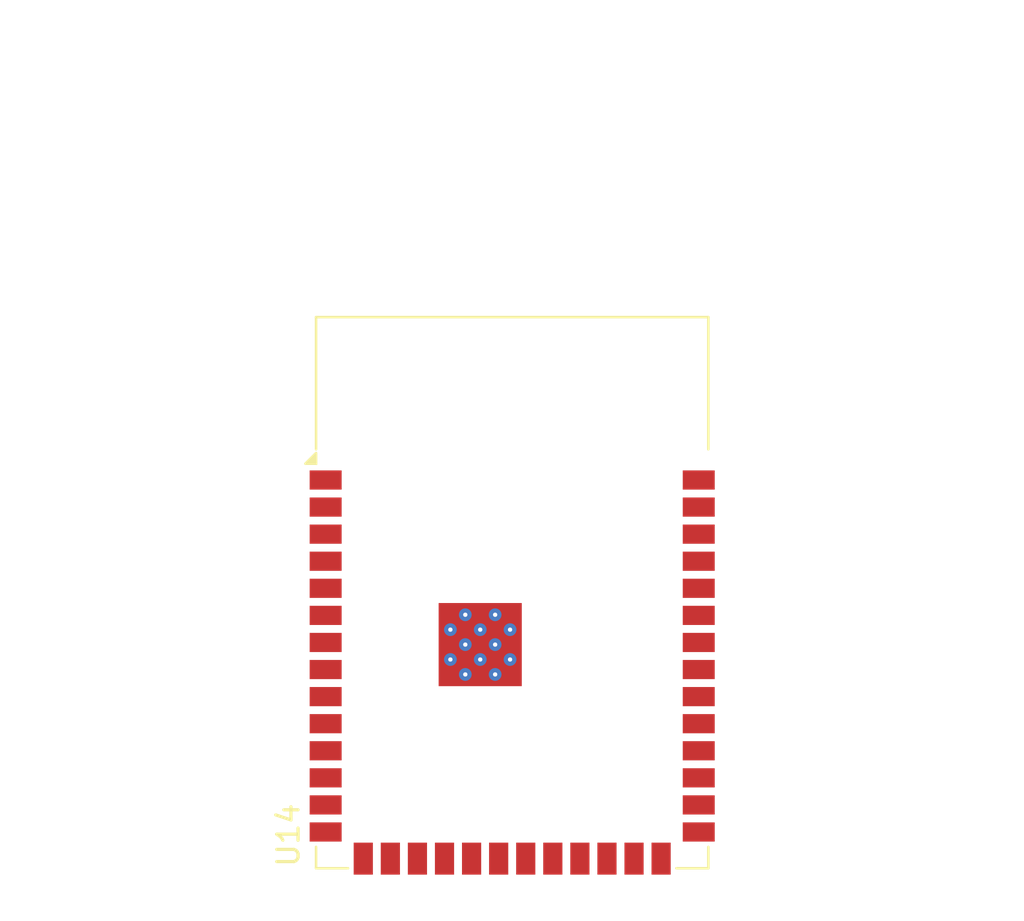
<source format=kicad_pcb>
(kicad_pcb (version 20241229) (generator "pcbnew") (generator_version "9.0")
  (layers (0 "F.Cu" signal) (2 "B.Cu" signal) (13 "F.Paste" user) (15 "B.Paste" user) (5 "F.SilkS" user "F.Silkscreen") (7 "B.SilkS" user "B.Silkscreen") (1 "F.Mask" user) (3 "B.Mask" user) (25 "Edge.Cuts" user))
  (net 0 "")
  (net 2 "Net-(U14-GND-Pad1)")
  (footprint "RF_Module:ESP32-S3-WROOM-1" (layer "F.Cu") (at 91.75 76.75)
    (property "Reference" "U14" (at -10.5 11.4 90) (layer "F.SilkS"))
    (property "Value" "ESP32-S3-WROOM-1")
    (fp_line (start -9.2 -12.9) (end -9.2 -6.7) (stroke (width 0.12)) (layer "F.SilkS"))
    (fp_line (start -9.2 -12.9) (end 9.2 -12.9) (stroke (width 0.12)) (layer "F.SilkS"))
    (fp_line (start -9.2 11.95) (end -9.2 12.95) (stroke (width 0.12)) (layer "F.SilkS"))
    (fp_line (start -9.2 12.95) (end -7.7 12.95) (stroke (width 0.12)) (layer "F.SilkS"))
    (fp_line (start 9.2 -12.9) (end 9.2 -6.7) (stroke (width 0.12)) (layer "F.SilkS"))
    (fp_line (start 9.2 12.95) (end 7.7 12.95) (stroke (width 0.12)) (layer "F.SilkS"))
    (fp_line (start 9.2 12.95) (end 9.2 11.95) (stroke (width 0.12)) (layer "F.SilkS"))
    (fp_poly (pts (xy -9.2 -6.025) (xy -9.7 -6.025) (xy -9.2 -6.525) (xy -9.2 -6.025)) (stroke (width 0.12)) (fill yes) (layer "F.SilkS"))
    (pad "1" smd rect (at -8.75 -5.26) (size 1.5 0.9) (layers "F.Cu" "F.Mask" "F.Paste") (net 2 "Net-(U14-GND-Pad1)"))
    (pad "2" smd rect (at -8.75 -3.99) (size 1.5 0.9) (layers "F.Cu" "F.Mask" "F.Paste"))
    (pad "3" smd rect (at -8.75 -2.72) (size 1.5 0.9) (layers "F.Cu" "F.Mask" "F.Paste"))
    (pad "4" smd rect (at -8.75 -1.45) (size 1.5 0.9) (layers "F.Cu" "F.Mask" "F.Paste"))
    (pad "5" smd rect (at -8.75 -0.18) (size 1.5 0.9) (layers "F.Cu" "F.Mask" "F.Paste"))
    (pad "6" smd rect (at -8.75 1.09) (size 1.5 0.9) (layers "F.Cu" "F.Mask" "F.Paste"))
    (pad "7" smd rect (at -8.75 2.36) (size 1.5 0.9) (layers "F.Cu" "F.Mask" "F.Paste"))
    (pad "8" smd rect (at -8.75 3.63) (size 1.5 0.9) (layers "F.Cu" "F.Mask" "F.Paste"))
    (pad "9" smd rect (at -8.75 4.9) (size 1.5 0.9) (layers "F.Cu" "F.Mask" "F.Paste"))
    (pad "10" smd rect (at -8.75 6.17) (size 1.5 0.9) (layers "F.Cu" "F.Mask" "F.Paste"))
    (pad "11" smd rect (at -8.75 7.44) (size 1.5 0.9) (layers "F.Cu" "F.Mask" "F.Paste"))
    (pad "12" smd rect (at -8.75 8.71) (size 1.5 0.9) (layers "F.Cu" "F.Mask" "F.Paste"))
    (pad "13" smd rect (at -8.75 9.98) (size 1.5 0.9) (layers "F.Cu" "F.Mask" "F.Paste"))
    (pad "14" smd rect (at -8.75 11.25 180) (size 1.5 0.9) (layers "F.Cu" "F.Mask" "F.Paste"))
    (pad "15" smd rect (at -6.985 12.5 270) (size 1.5 0.9) (layers "F.Cu" "F.Mask" "F.Paste"))
    (pad "16" smd rect (at -5.715 12.5 270) (size 1.5 0.9) (layers "F.Cu" "F.Mask" "F.Paste"))
    (pad "17" smd rect (at -4.445 12.5 270) (size 1.5 0.9) (layers "F.Cu" "F.Mask" "F.Paste"))
    (pad "18" smd rect (at -3.175 12.5 270) (size 1.5 0.9) (layers "F.Cu" "F.Mask" "F.Paste"))
    (pad "19" smd rect (at -1.905 12.5 270) (size 1.5 0.9) (layers "F.Cu" "F.Mask" "F.Paste"))
    (pad "20" smd rect (at -0.635 12.5 270) (size 1.5 0.9) (layers "F.Cu" "F.Mask" "F.Paste"))
    (pad "21" smd rect (at 0.635 12.5 270) (size 1.5 0.9) (layers "F.Cu" "F.Mask" "F.Paste"))
    (pad "22" smd rect (at 1.905 12.5 270) (size 1.5 0.9) (layers "F.Cu" "F.Mask" "F.Paste"))
    (pad "23" smd rect (at 3.175 12.5 270) (size 1.5 0.9) (layers "F.Cu" "F.Mask" "F.Paste"))
    (pad "24" smd rect (at 4.445 12.5 270) (size 1.5 0.9) (layers "F.Cu" "F.Mask" "F.Paste"))
    (pad "25" smd rect (at 5.715 12.5 270) (size 1.5 0.9) (layers "F.Cu" "F.Mask" "F.Paste"))
    (pad "26" smd rect (at 6.985 12.5 270) (size 1.5 0.9) (layers "F.Cu" "F.Mask" "F.Paste"))
    (pad "27" smd rect (at 8.75 11.25) (size 1.5 0.9) (layers "F.Cu" "F.Mask" "F.Paste"))
    (pad "28" smd rect (at 8.75 9.98) (size 1.5 0.9) (layers "F.Cu" "F.Mask" "F.Paste"))
    (pad "29" smd rect (at 8.75 8.71) (size 1.5 0.9) (layers "F.Cu" "F.Mask" "F.Paste"))
    (pad "30" smd rect (at 8.75 7.44) (size 1.5 0.9) (layers "F.Cu" "F.Mask" "F.Paste"))
    (pad "31" smd rect (at 8.75 6.17) (size 1.5 0.9) (layers "F.Cu" "F.Mask" "F.Paste"))
    (pad "32" smd rect (at 8.75 4.9) (size 1.5 0.9) (layers "F.Cu" "F.Mask" "F.Paste"))
    (pad "33" smd rect (at 8.75 3.63) (size 1.5 0.9) (layers "F.Cu" "F.Mask" "F.Paste"))
    (pad "34" smd rect (at 8.75 2.36) (size 1.5 0.9) (layers "F.Cu" "F.Mask" "F.Paste"))
    (pad "35" smd rect (at 8.75 1.09) (size 1.5 0.9) (layers "F.Cu" "F.Mask" "F.Paste"))
    (pad "36" smd rect (at 8.75 -0.18) (size 1.5 0.9) (layers "F.Cu" "F.Mask" "F.Paste"))
    (pad "37" smd rect (at 8.75 -1.45) (size 1.5 0.9) (layers "F.Cu" "F.Mask" "F.Paste"))
    (pad "38" smd rect (at 8.75 -2.72) (size 1.5 0.9) (layers "F.Cu" "F.Mask" "F.Paste"))
    (pad "39" smd rect (at 8.75 -3.99) (size 1.5 0.9) (layers "F.Cu" "F.Mask" "F.Paste"))
    (pad "40" smd rect (at 8.75 -5.26) (size 1.5 0.9) (layers "F.Cu" "F.Mask" "F.Paste") (net 2 "Net-(U14-GND-Pad1)"))
    (pad "41" thru_hole circle (at -2.9 1.76 90) (size 0.6 0.6) (drill 0.2) (property pad_prop_heatsink) (layers "*.Cu" "F.Mask") (net 2 "Net-(U14-GND-Pad1)"))
    (pad "41" thru_hole circle (at -2.9 3.16) (size 0.6 0.6) (drill 0.2) (property pad_prop_heatsink) (layers "*.Cu" "F.Mask") (net 2 "Net-(U14-GND-Pad1)"))
    (pad "41" thru_hole circle (at -2.2 1.06) (size 0.6 0.6) (drill 0.2) (property pad_prop_heatsink) (layers "*.Cu" "F.Mask") (net 2 "Net-(U14-GND-Pad1)"))
    (pad "41" thru_hole circle (at -2.2 2.46) (size 0.6 0.6) (drill 0.2) (property pad_prop_heatsink) (layers "*.Cu" "F.Mask") (net 2 "Net-(U14-GND-Pad1)"))
    (pad "41" thru_hole circle (at -2.2 3.86) (size 0.6 0.6) (drill 0.2) (property pad_prop_heatsink) (layers "*.Cu" "F.Mask") (net 2 "Net-(U14-GND-Pad1)"))
    (pad "41" thru_hole circle (at -1.5 1.76) (size 0.6 0.6) (drill 0.2) (property pad_prop_heatsink) (layers "*.Cu" "F.Mask") (net 2 "Net-(U14-GND-Pad1)"))
    (pad "41" smd rect (at -1.5 2.46 270) (size 3.9 3.9) (property pad_prop_heatsink) (layers "F.Cu" "F.Mask") (net 2 "Net-(U14-GND-Pad1)"))
    (pad "41" thru_hole circle (at -1.5 3.16) (size 0.6 0.6) (drill 0.2) (property pad_prop_heatsink) (layers "*.Cu" "F.Mask") (net 2 "Net-(U14-GND-Pad1)"))
    (pad "41" thru_hole circle (at -0.8 1.06) (size 0.6 0.6) (drill 0.2) (property pad_prop_heatsink) (layers "*.Cu" "F.Mask") (net 2 "Net-(U14-GND-Pad1)"))
    (pad "41" thru_hole circle (at -0.8 2.46) (size 0.6 0.6) (drill 0.2) (property pad_prop_heatsink) (layers "*.Cu" "F.Mask") (net 2 "Net-(U14-GND-Pad1)"))
    (pad "41" thru_hole circle (at -0.8 3.86) (size 0.6 0.6) (drill 0.2) (property pad_prop_heatsink) (layers "*.Cu" "F.Mask") (net 2 "Net-(U14-GND-Pad1)"))
    (pad "41" thru_hole circle (at -0.1 1.76) (size 0.6 0.6) (drill 0.2) (property pad_prop_heatsink) (layers "*.Cu" "F.Mask") (net 2 "Net-(U14-GND-Pad1)"))
    (pad "41" thru_hole circle (at -0.1 3.16) (size 0.6 0.6) (drill 0.2) (property pad_prop_heatsink) (layers "*.Cu" "F.Mask") (net 2 "Net-(U14-GND-Pad1)"))
  )
)
</source>
